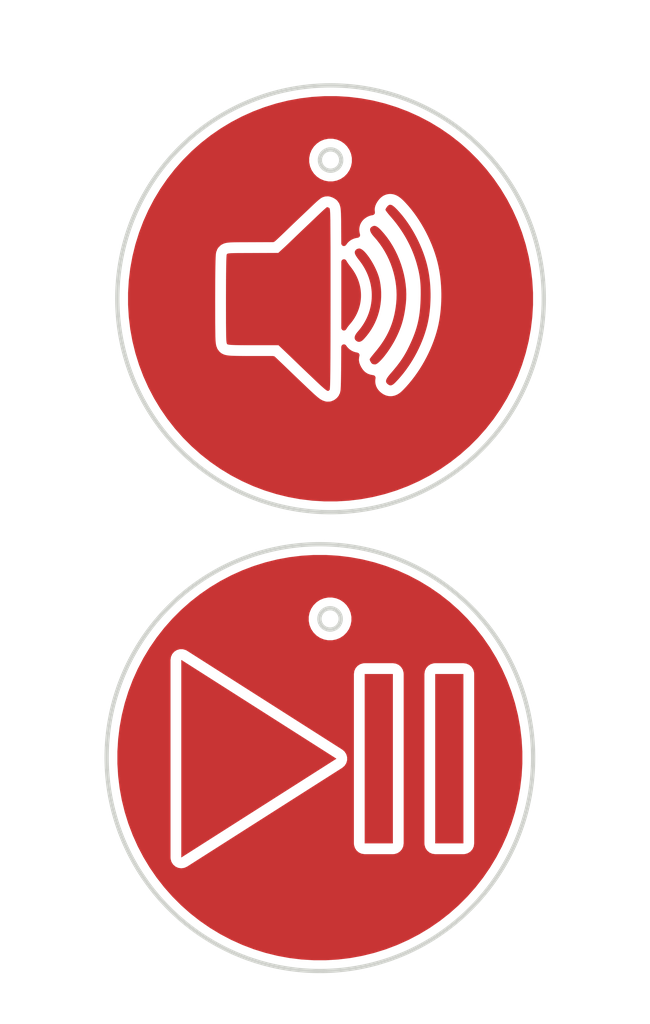
<source format=kicad_pcb>
(kicad_pcb
	(version 20241229)
	(generator "pcbnew")
	(generator_version "9.0")
	(general
		(thickness 1.6)
		(legacy_teardrops no)
	)
	(paper "A4")
	(layers
		(0 "F.Cu" signal)
		(2 "B.Cu" signal)
		(9 "F.Adhes" user "F.Adhesive")
		(11 "B.Adhes" user "B.Adhesive")
		(13 "F.Paste" user)
		(15 "B.Paste" user)
		(5 "F.SilkS" user "F.Silkscreen")
		(7 "B.SilkS" user "B.Silkscreen")
		(1 "F.Mask" user)
		(3 "B.Mask" user)
		(17 "Dwgs.User" user "User.Drawings")
		(19 "Cmts.User" user "User.Comments")
		(21 "Eco1.User" user "User.Eco1")
		(23 "Eco2.User" user "User.Eco2")
		(25 "Edge.Cuts" user)
		(27 "Margin" user)
		(31 "F.CrtYd" user "F.Courtyard")
		(29 "B.CrtYd" user "B.Courtyard")
		(35 "F.Fab" user)
		(33 "B.Fab" user)
		(39 "User.1" user)
		(41 "User.2" user)
		(43 "User.3" user)
		(45 "User.4" user)
	)
	(setup
		(pad_to_mask_clearance 0)
		(allow_soldermask_bridges_in_footprints no)
		(tenting front back)
		(pcbplotparams
			(layerselection 0x00000000_00000000_55555555_57555551)
			(plot_on_all_layers_selection 0x00000000_00000000_00000000_00000000)
			(disableapertmacros no)
			(usegerberextensions no)
			(usegerberattributes yes)
			(usegerberadvancedattributes yes)
			(creategerberjobfile yes)
			(dashed_line_dash_ratio 12.000000)
			(dashed_line_gap_ratio 3.000000)
			(svgprecision 4)
			(plotframeref no)
			(mode 1)
			(useauxorigin no)
			(hpglpennumber 1)
			(hpglpenspeed 20)
			(hpglpendiameter 15.000000)
			(pdf_front_fp_property_popups yes)
			(pdf_back_fp_property_popups yes)
			(pdf_metadata yes)
			(pdf_single_document no)
			(dxfpolygonmode yes)
			(dxfimperialunits yes)
			(dxfusepcbnewfont yes)
			(psnegative no)
			(psa4output no)
			(plot_black_and_white yes)
			(sketchpadsonfab no)
			(plotpadnumbers no)
			(hidednponfab no)
			(sketchdnponfab yes)
			(crossoutdnponfab yes)
			(subtractmaskfromsilk no)
			(outputformat 1)
			(mirror no)
			(drillshape 0)
			(scaleselection 1)
			(outputdirectory "../../../../buttons/")
		)
	)
	(net 0 "")
	(gr_poly
		(pts
			(xy 194.843598 100.703369) (xy 194.846638 100.703959) (xy 194.85032 100.704911) (xy 194.85459 100.706199)
			(xy 194.864691 100.709678) (xy 194.876528 100.714191) (xy 194.889688 100.719531) (xy 194.903758 100.725491)
			(xy 194.932973 100.738445) (xy 194.955097 100.761961) (xy 194.971723 100.837278) (xy 194.983636 101.011234)
			(xy 194.991622 101.33067) (xy 194.998953 102.593339) (xy 195 105) (xy 194.99785 107.030237) (xy 194.994977 107.766963)
			(xy 194.99074 108.33816) (xy 194.985014 108.758875) (xy 194.977676 109.044156) (xy 194.968601 109.209052)
			(xy 194.963374 109.251058) (xy 194.957667 109.268611) (xy 194.921466 109.304116) (xy 194.903453 109.314895)
			(xy 194.882371 109.318496) (xy 194.855873 109.313023) (xy 194.821613 109.296579) (xy 194.777245 109.267267)
			(xy 194.720424 109.223191) (xy 194.560034 109.083162) (xy 194.321675 108.861319) (xy 193.535972 108.1115)
			(xy 193.156295 107.745935) (xy 192.837473 107.441222) (xy 192.558778 107.176639) (xy 191.387556 107.176639)
			(xy 191.066101 107.176109) (xy 190.80426 107.174379) (xy 190.596162 107.171244) (xy 190.510433 107.169085)
			(xy 190.435938 107.166497) (xy 190.371943 107.163454) (xy 190.317716 107.159931) (xy 190.272521 107.155901)
			(xy 190.235626 107.151339) (xy 190.206296 107.146218) (xy 190.183798 107.140514) (xy 190.174881 107.137435)
			(xy 190.167398 107.1342) (xy 190.161255 107.130806) (xy 190.156361 107.127251) (xy 190.146386 107.117205)
			(xy 190.137579 107.10146) (xy 190.123178 107.043962) (xy 190.112581 106.936936) (xy 190.105208 106.762566)
			(xy 190.097822 106.14052) (xy 190.096389 105.035278) (xy 190.098925 104.146003) (xy 190.10197 103.789649)
			(xy 190.10609 103.493198) (xy 190.111203 103.257437) (xy 190.117225 103.083149) (xy 190.124074 102.971121)
			(xy 190.127782 102.9387) (xy 190.131667 102.922139) (xy 190.14781 102.901027) (xy 190.160417 102.892373)
			(xy 190.178134 102.884877) (xy 190.202528 102.878455) (xy 190.235164 102.873026) (xy 190.331427 102.864812)
			(xy 190.479449 102.859576) (xy 190.691757 102.856655) (xy 191.359334 102.855111) (xy 192.548194 102.851583)
			(xy 192.724583 102.689306) (xy 192.824684 102.597639) (xy 192.964472 102.466615) (xy 193.125427 102.313763)
			(xy 193.289028 102.156611) (xy 193.609615 101.848371) (xy 193.935493 101.537486) (xy 194.566084 100.939527)
			(xy 194.61683 100.891896) (xy 194.665137 100.84753) (xy 194.709889 100.807381) (xy 194.749969 100.772399)
			(xy 194.784262 100.743536) (xy 194.798889 100.731697) (xy 194.81165 100.721743) (xy 194.822406 100.713794)
			(xy 194.831018 100.707969) (xy 194.837346 100.704387) (xy 194.83961 100.703474) (xy 194.84125 100.703167)
		)
		(stroke
			(width 0)
			(type solid)
		)
		(fill yes)
		(layer "F.Cu")
		(uuid "2e90f155-0910-4fe5-8579-104bd93484a0")
	)
	(gr_poly
		(pts
			(xy 197.92328 130.519465) (xy 196.600363 130.519465) (xy 196.600363 122.581966) (xy 197.92328 122.581966)
		)
		(stroke
			(width 0)
			(type solid)
		)
		(fill yes)
		(layer "F.Cu")
		(uuid "5f9de307-3ac1-46bd-805e-e2a4933565bb")
	)
	(gr_poly
		(pts
			(xy 196.37652 102.646064) (xy 196.403618 102.653774) (xy 196.432293 102.666353) (xy 196.462402 102.68358)
			(xy 196.526353 102.731091) (xy 196.594335 102.794533) (xy 196.665211 102.872134) (xy 196.737844 102.962123)
			(xy 196.811097 103.062726) (xy 196.883834 103.17217) (xy 196.954916 103.288684) (xy 197.023208 103.410495)
			(xy 197.087573 103.53583) (xy 197.146874 103.662917) (xy 197.199973 103.789984) (xy 197.245734 103.915257)
			(xy 197.28302 104.036964) (xy 197.310695 104.153334) (xy 197.342917 104.341079) (xy 197.364245 104.528339)
			(xy 197.374784 104.71471) (xy 197.374635 104.899789) (xy 197.363904 105.083173) (xy 197.342693 105.264459)
			(xy 197.311104 105.443244) (xy 197.269243 105.619125) (xy 197.217212 105.791698) (xy 197.155114 105.960562)
			(xy 197.083053 106.125311) (xy 197.001132 106.285544) (xy 196.909454 106.440858) (xy 196.808124 106.590848)
			(xy 196.697243 106.735114) (xy 196.576916 106.87325) (xy 196.550003 106.901486) (xy 196.536699 106.914457)
			(xy 196.523497 106.926663) (xy 196.510396 106.938104) (xy 196.497395 106.94878) (xy 196.484493 106.958692)
			(xy 196.47169 106.967838) (xy 196.458985 106.97622) (xy 196.446378 106.983837) (xy 196.433868 106.99069)
			(xy 196.421454 106.996777) (xy 196.409135 107.0021) (xy 196.396912 107.006658) (xy 196.384782 107.010451)
			(xy 196.372747 107.013479) (xy 196.360804 107.015743) (xy 196.348954 107.017241) (xy 196.337196 107.017975)
			(xy 196.325528 107.017944) (xy 196.313951 107.017148) (xy 196.302464 107.015587) (xy 196.291066 107.013262)
			(xy 196.279757 107.010172) (xy 196.268535 107.006317) (xy 196.257401 107.001697) (xy 196.246353 106.996312)
			(xy 196.235391 106.990162) (xy 196.224514 106.983248) (xy 196.213722 106.975569) (xy 196.203014 106.967125)
			(xy 196.192389 106.957916) (xy 196.18286 106.948852) (xy 196.174117 106.939519) (xy 196.166161 106.929918)
			(xy 196.158992 106.920048) (xy 196.152612 106.909909) (xy 196.14702 106.899501) (xy 196.142217 106.888825)
			(xy 196.138204 106.87788) (xy 196.134983 106.866666) (xy 196.132552 106.855184) (xy 196.130913 106.843433)
			(xy 196.130067 106.831413) (xy 196.130014 106.819124) (xy 196.130755 106.806567) (xy 196.132291 106.793741)
			(xy 196.134622 106.780646) (xy 196.137748 106.767282) (xy 196.141671 106.75365) (xy 196.146391 106.739749)
			(xy 196.151909 106.725579) (xy 196.165341 106.696434) (xy 196.181971 106.666214) (xy 196.201806 106.634919)
			(xy 196.224849 106.602548) (xy 196.251107 106.569104) (xy 196.280584 106.534584) (xy 196.35756 106.44348)
			(xy 196.429737 106.350175) (xy 196.497108 106.254802) (xy 196.559671 106.157497) (xy 196.61742 106.058394)
			(xy 196.670351 105.957626) (xy 196.718459 105.855329) (xy 196.761739 105.751637) (xy 196.800188 105.646684)
			(xy 196.833801 105.540604) (xy 196.862573 105.433533) (xy 196.8865 105.325603) (xy 196.905577 105.21695)
			(xy 196.919799 105.107707) (xy 196.929163 104.99801) (xy 196.933663 104.887993) (xy 196.933296 104.77779)
			(xy 196.928056 104.667534) (xy 196.917939 104.557362) (xy 196.90294 104.447407) (xy 196.883055 104.337803)
			(xy 196.85828 104.228684) (xy 196.82861 104.120186) (xy 196.794041 104.012443) (xy 196.754567 103.905588)
			(xy 196.710184 103.799756) (xy 196.660889 103.695082) (xy 196.606675 103.5917) (xy 196.54754 103.489744)
			(xy 196.483478 103.389349) (xy 196.414485 103.290649) (xy 196.340556 103.193778) (xy 196.301723 103.143584)
			(xy 196.267189 103.097329) (xy 196.236872 103.054732) (xy 196.21069 103.015515) (xy 196.199123 102.997086)
			(xy 196.188558 102.979398) (xy 196.178986 102.962415) (xy 196.170396 102.946103) (xy 196.162777 102.930426)
			(xy 196.156119 102.91535) (xy 196.150413 102.90084) (xy 196.145646 102.886861) (xy 196.14181 102.873378)
			(xy 196.138894 102.860356) (xy 196.136887 102.847761) (xy 196.13578 102.835557) (xy 196.135561 102.823709)
			(xy 196.13622 102.812184) (xy 196.137748 102.800945) (xy 196.140134 102.789958) (xy 196.143367 102.779188)
			(xy 196.147438 102.7686) (xy 196.152335 102.758159) (xy 196.158048 102.747831) (xy 196.164568 102.737581)
			(xy 196.171884 102.727373) (xy 196.179985 102.717172) (xy 196.188861 102.706945) (xy 196.195257 102.700418)
			(xy 196.20249 102.694088) (xy 196.210488 102.687985) (xy 196.219178 102.68214) (xy 196.228489 102.676585)
			(xy 196.238347 102.67135) (xy 196.24868 102.666467) (xy 196.259417 102.661966) (xy 196.270484 102.657878)
			(xy 196.28181 102.654235) (xy 196.293322 102.651067) (xy 196.304947 102.648406) (xy 196.316614 102.646282)
			(xy 196.32825 102.644726) (xy 196.339782 102.64377) (xy 196.351139 102.643445)
		)
		(stroke
			(width 0)
			(type solid)
		)
		(fill yes)
		(layer "F.Cu")
		(uuid "8782cf9a-0678-4bff-82bd-0ecbe30a18a5")
	)
	(gr_poly
		(pts
			(xy 195.277447 126.550716) (xy 188.001406 131.180924) (xy 188.001406 121.920507)
		)
		(stroke
			(width 0)
			(type solid)
		)
		(fill yes)
		(layer "F.Cu")
		(uuid "89941c7a-e936-4e5a-8676-60dbfe80818e")
	)
	(gr_poly
		(pts
			(xy 197.069173 101.583278) (xy 197.081598 101.5846) (xy 197.094156 101.586811) (xy 197.106867 101.589919)
			(xy 197.119754 101.593931) (xy 197.132837 101.598851) (xy 197.146137 101.604688) (xy 197.159677 101.611447)
			(xy 197.173477 101.619135) (xy 197.187558 101.627758) (xy 197.201943 101.637323) (xy 197.231706 101.659304)
			(xy 197.262936 101.685131) (xy 197.295805 101.714853) (xy 197.330483 101.748524) (xy 197.367139 101.786194)
			(xy 197.518267 101.956016) (xy 197.660537 102.136705) (xy 197.793609 102.327223) (xy 197.917142 102.526532)
			(xy 198.030794 102.733591) (xy 198.134224 102.947364) (xy 198.227092 103.16681) (xy 198.309056 103.390892)
			(xy 198.379775 103.618571) (xy 198.438909 103.848808) (xy 198.486115 104.080564) (xy 198.521053 104.3128)
			(xy 198.543383 104.544478) (xy 198.552762 104.77456) (xy 198.54885 105.002006) (xy 198.531306 105.225778)
			(xy 198.501023 105.461037) (xy 198.483797 105.572238) (xy 198.464995 105.679759) (xy 198.444477 105.784056)
			(xy 198.422103 105.885583) (xy 198.397735 105.984795) (xy 198.371233 106.082146) (xy 198.342457 106.178092)
			(xy 198.311267 106.273087) (xy 198.277525 106.367586) (xy 198.241091 106.462044) (xy 198.201824 106.556915)
			(xy 198.159587 106.652654) (xy 198.114238 106.749716) (xy 198.065639 106.848556) (xy 198.007729 106.95943)
			(xy 197.94566 107.070454) (xy 197.880231 107.180621) (xy 197.812245 107.288921) (xy 197.742502 107.394349)
			(xy 197.671802 107.495896) (xy 197.600948 107.592554) (xy 197.53074 107.683316) (xy 197.461978 107.767174)
			(xy 197.395465 107.84312) (xy 197.332 107.910147) (xy 197.272385 107.967247) (xy 197.244272 107.991759)
			(xy 197.217421 108.013412) (xy 197.191934 108.032079) (xy 197.167909 108.047635) (xy 197.145448 108.059953)
			(xy 197.12465 108.068907) (xy 197.105615 108.074372) (xy 197.088445 108.076222) (xy 197.078451 108.07606)
			(xy 197.06836 108.075588) (xy 197.058237 108.074827) (xy 197.048151 108.073797) (xy 197.038168 108.072519)
			(xy 197.028355 108.071013) (xy 197.01878 108.069301) (xy 197.00951 108.067403) (xy 197.000613 108.065339)
			(xy 196.992154 108.063131) (xy 196.984202 108.060799) (xy 196.976823 108.058363) (xy 196.970086 108.055845)
			(xy 196.964056 108.053265) (xy 196.958801 108.050643) (xy 196.954389 108.048001) (xy 196.95001 108.045051)
			(xy 196.945484 108.041515) (xy 196.936068 108.032828) (xy 196.92629 108.022219) (xy 196.9163 108.009967)
			(xy 196.906248 107.99635) (xy 196.896284 107.981648) (xy 196.886558 107.96614) (xy 196.877219 107.950105)
			(xy 196.868418 107.933821) (xy 196.860303 107.917569) (xy 196.853026 107.901627) (xy 196.846737 107.886274)
			(xy 196.841584 107.871789) (xy 196.837717 107.858452) (xy 196.835288 107.84654) (xy 196.834658 107.841207)
			(xy 196.834444 107.836334) (xy 196.835665 107.831025) (xy 196.839247 107.823132) (xy 196.845072 107.812801)
			(xy 196.85302 107.800174) (xy 196.874814 107.768617) (xy 196.903677 107.729619) (xy 196.938659 107.684336)
			(xy 196.978808 107.633927) (xy 197.023174 107.57955) (xy 197.070805 107.522361) (xy 197.181587 107.388476)
			(xy 197.28518 107.255118) (xy 197.381755 107.121905) (xy 197.471484 106.988454) (xy 197.554536 106.854383)
			(xy 197.631081 106.71931) (xy 197.701292 106.582851) (xy 197.765337 106.444625) (xy 197.823388 106.30425)
			(xy 197.875615 106.161342) (xy 197.922188 106.01552) (xy 197.963279 105.866401) (xy 197.999057 105.713602)
			(xy 198.029693 105.556742) (xy 198.055358 105.395437) (xy 198.076223 105.229306) (xy 198.092791 105.019097)
			(xy 198.097644 104.808212) (xy 198.090974 104.597213) (xy 198.072971 104.386663) (xy 198.043826 104.177126)
			(xy 198.003731 103.969165) (xy 197.952877 103.763344) (xy 197.891455 103.560226) (xy 197.819657 103.360373)
			(xy 197.737673 103.16435) (xy 197.645695 102.972719) (xy 197.543914 102.786044) (xy 197.432521 102.604888)
			(xy 197.311708 102.429814) (xy 197.181665 102.261386) (xy 197.042583 102.100167) (xy 197.006742 102.059281)
			(xy 196.974632 102.019965) (xy 196.95998 102.000896) (xy 196.946264 101.982221) (xy 196.933486 101.963937)
			(xy 196.921647 101.946047) (xy 196.910748 101.928549) (xy 196.900792 101.911444) (xy 196.891778 101.894732)
			(xy 196.883709 101.878413) (xy 196.876586 101.862486) (xy 196.87041 101.846952) (xy 196.865181 101.831811)
			(xy 196.860903 101.817063) (xy 196.857575 101.802707) (xy 196.8552 101.788744) (xy 196.853777 101.775174)
			(xy 196.85331 101.761996) (xy 196.853798 101.749211) (xy 196.855244 101.736819) (xy 196.857649 101.72482)
			(xy 196.861013 101.713214) (xy 196.865339 101.702) (xy 196.870627 101.691179) (xy 196.876878 101.68075)
			(xy 196.884095 101.670715) (xy 196.892278 101.661072) (xy 196.901429 101.651822) (xy 196.911549 101.642965)
			(xy 196.922639 101.6345) (xy 196.947513 101.6176) (xy 196.959787 101.610376) (xy 196.97198 101.603977)
			(xy 196.984113 101.59841) (xy 196.996208 101.593681) (xy 197.008287 101.589797) (xy 197.020369 101.586765)
			(xy 197.032478 101.58459) (xy 197.044634 101.58328) (xy 197.056859 101.582841)
		)
		(stroke
			(width 0)
			(type solid)
		)
		(fill yes)
		(layer "F.Cu")
		(uuid "ab0adb75-d8db-4605-9f5c-a4fbaa468465")
	)
	(gr_poly
		(pts
			(xy 201.230572 130.519465) (xy 199.907655 130.519465) (xy 199.907655 122.581966) (xy 201.230572 122.581966)
		)
		(stroke
			(width 0)
			(type solid)
		)
		(fill yes)
		(layer "F.Cu")
		(uuid "adff96eb-c602-42db-9a3d-ce7820bff9c5")
	)
	(gr_poly
		(pts
			(xy 197.815766 100.594812) (xy 197.829171 100.597201) (xy 197.842948 100.600861) (xy 197.857128 100.605803)
			(xy 197.871743 100.612037) (xy 197.886824 100.619573) (xy 197.902404 100.628422) (xy 197.918513 100.638594)
			(xy 197.935183 100.650099) (xy 197.970334 100.67715) (xy 198.00811 100.709657) (xy 198.048765 100.747705)
			(xy 198.092551 100.791375) (xy 198.139722 100.84075) (xy 198.262195 100.975402) (xy 198.381975 101.118266)
			(xy 198.498685 101.268623) (xy 198.611949 101.425755) (xy 198.721388 101.588943) (xy 198.826626 101.757469)
			(xy 198.927286 101.930616) (xy 199.02299 102.107663) (xy 199.113361 102.287894) (xy 199.198022 102.47059)
			(xy 199.276595 102.655033) (xy 199.348703 102.840504) (xy 199.413969 103.026285) (xy 199.472017 103.211658)
			(xy 199.522467 103.395904) (xy 199.564944 103.578306) (xy 199.596407 103.737982) (xy 199.623332 103.901724)
			(xy 199.64573 104.068888) (xy 199.663612 104.238827) (xy 199.676988 104.410895) (xy 199.685868 104.584446)
			(xy 199.690262 104.758834) (xy 199.690181 104.933413) (xy 199.685635 105.107538) (xy 199.676635 105.280562)
			(xy 199.66319 105.451839) (xy 199.645312 105.620724) (xy 199.62301 105.78657) (xy 199.596295 105.948731)
			(xy 199.565177 106.106562) (xy 199.529667 106.259417) (xy 199.47989 106.441953) (xy 199.423317 106.624163)
			(xy 199.360181 106.805639) (xy 199.290715 106.985974) (xy 199.215151 107.164758) (xy 199.133722 107.341583)
			(xy 199.04666 107.516042) (xy 198.954198 107.687726) (xy 198.856568 107.856226) (xy 198.754003 108.021135)
			(xy 198.646736 108.182045) (xy 198.534999 108.338546) (xy 198.419024 108.490231) (xy 198.299044 108.636691)
			(xy 198.175292 108.777519) (xy 198.048 108.912306) (xy 198.018455 108.941706) (xy 197.990563 108.967751)
			(xy 197.96416 108.990479) (xy 197.951465 109.000611) (xy 197.93908 109.009926) (xy 197.926984 109.01843)
			(xy 197.915157 109.026127) (xy 197.903578 109.033023) (xy 197.892227 109.03912) (xy 197.881082 109.044424)
			(xy 197.870123 109.048939) (xy 197.859329 109.05267) (xy 197.848681 109.055622) (xy 197.838156 109.057798)
			(xy 197.827734 109.059204) (xy 197.817396 109.059843) (xy 197.807119 109.059721) (xy 197.796884 109.058842)
			(xy 197.786669 109.057211) (xy 197.776454 109.054831) (xy 197.766219 109.051708) (xy 197.755942 109.047846)
			(xy 197.745603 109.04325) (xy 197.735182 109.037923) (xy 197.724657 109.031871) (xy 197.714008 109.025099)
			(xy 197.703215 109.01761) (xy 197.692256 109.009409) (xy 197.681111 109.0005) (xy 197.657927 108.979838)
			(xy 197.647809 108.969353) (xy 197.638681 108.958732) (xy 197.630551 108.947951) (xy 197.623425 108.936985)
			(xy 197.617309 108.92581) (xy 197.612209 108.914401) (xy 197.608133 108.902733) (xy 197.605087 108.890783)
			(xy 197.603076 108.878525) (xy 197.602109 108.865935) (xy 197.60219 108.852989) (xy 197.603326 108.839661)
			(xy 197.605525 108.825928) (xy 197.608792 108.811764) (xy 197.613134 108.797146) (xy 197.618557 108.782049)
			(xy 197.625068 108.766447) (xy 197.632674 108.750318) (xy 197.651193 108.716375) (xy 197.674166 108.680024)
			(xy 197.701646 108.641069) (xy 197.733684 108.599312) (xy 197.770331 108.554559) (xy 197.811639 108.506612)
			(xy 197.962845 108.33056) (xy 198.097886 108.165133) (xy 198.160081 108.08528) (xy 198.219119 108.006735)
			(xy 198.275293 107.929047) (xy 198.3289 107.851767) (xy 198.380233 107.774446) (xy 198.429586 107.696635)
			(xy 198.477255 107.617882) (xy 198.523534 107.53774) (xy 198.568717 107.455758) (xy 198.613099 107.371487)
			(xy 198.700639 107.194278) (xy 198.766034 107.053377) (xy 198.826096 106.91721) (xy 198.881031 106.78497)
			(xy 198.931047 106.655851) (xy 198.97635 106.529047) (xy 199.017147 106.403753) (xy 199.053645 106.279161)
			(xy 199.086049 106.154465) (xy 199.114568 106.028861) (xy 199.139407 105.90154) (xy 199.160774 105.771698)
			(xy 199.178874 105.638528) (xy 199.193915 105.501224) (xy 199.206104 105.358979) (xy 199.215647 105.210988)
			(xy 199.222751 105.056444) (xy 199.228752 104.796829) (xy 199.227766 104.561729) (xy 199.224434 104.451525)
			(xy 199.219092 104.345232) (xy 199.211651 104.242113) (xy 199.202025 104.141427) (xy 199.190124 104.042437)
			(xy 199.175863 103.944402) (xy 199.159151 103.846585) (xy 199.139903 103.748245) (xy 199.118029 103.648645)
			(xy 199.093442 103.547045) (xy 199.035778 103.334889) (xy 198.991262 103.188555) (xy 198.942416 103.043296)
			(xy 198.889291 102.899194) (xy 198.831939 102.756333) (xy 198.770411 102.614795) (xy 198.70476 102.474662)
			(xy 198.635036 102.336018) (xy 198.561292 102.198944) (xy 198.48358 102.063525) (xy 198.40195 101.929841)
			(xy 198.316455 101.797977) (xy 198.227146 101.668014) (xy 198.134075 101.540035) (xy 198.037294 101.414124)
			(xy 197.936853 101.290362) (xy 197.832806 101.168833) (xy 197.781226 101.10986) (xy 197.733036 101.052912)
			(xy 197.689311 100.999355) (xy 197.651125 100.950552) (xy 197.634446 100.92836) (xy 197.619554 100.907867)
			(xy 197.606585 100.889246) (xy 197.595673 100.872666) (xy 197.586952 100.858297) (xy 197.580556 100.846311)
			(xy 197.57662 100.836877) (xy 197.575616 100.833171) (xy 197.575278 100.830167) (xy 197.575645 100.825094)
			(xy 197.576725 100.819184) (xy 197.578487 100.812509) (xy 197.5809 100.805142) (xy 197.583933 100.797154)
			(xy 197.587556 100.788619) (xy 197.591737 100.779608) (xy 197.596444 100.770195) (xy 197.601648 100.76045)
			(xy 197.607317 100.750447) (xy 197.61342 100.740259) (xy 197.619926 100.729956) (xy 197.626804 100.719612)
			(xy 197.634024 100.709299) (xy 197.641553 100.69909) (xy 197.649361 100.689056) (xy 197.672348 100.661536)
			(xy 197.683765 100.649477) (xy 197.695174 100.638565) (xy 197.706607 100.62881) (xy 197.718094 100.620223)
			(xy 197.729667 100.612814) (xy 197.741359 100.606594) (xy 197.753201 100.601573) (xy 197.765224 100.597761)
			(xy 197.777461 100.595168) (xy 197.789942 100.593806) (xy 197.8027 100.593684)
		)
		(stroke
			(width 0)
			(type solid)
		)
		(fill yes)
		(layer "F.Cu")
		(uuid "b72b6e7e-2781-4c12-a7ae-8486dbde228f")
	)
	(gr_circle
		(center 194.5 126.5)
		(end 194.5 116.5)
		(stroke
			(width 0.2)
			(type solid)
		)
		(fill no)
		(layer "Edge.Cuts")
		(uuid "45d22732-70a7-4af8-b41e-dd91762b4387")
	)
	(gr_circle
		(center 194.977676 120)
		(end 195 119.5)
		(stroke
			(width 0.2)
			(type solid)
		)
		(fill no)
		(layer "Edge.Cuts")
		(uuid "ac956371-0b17-457c-ba9f-9ae426d4be67")
	)
	(gr_circle
		(center 195 98.5)
		(end 195 98)
		(stroke
			(width 0.2)
			(type solid)
		)
		(fill no)
		(layer "Edge.Cuts")
		(uuid "e15e5bc1-15a5-4225-8b06-df4d4743dd4a")
	)
	(gr_circle
		(center 195 105)
		(end 195 95)
		(stroke
			(width 0.2)
			(type solid)
		)
		(fill no)
		(layer "Edge.Cuts")
		(uuid "e9a8e9a6-42b2-47fd-af5b-1685ae8485bb")
	)
	(zone
		(net 0)
		(net_name "")
		(layer "F.Cu")
		(uuid "e9c32d45-b17c-4ae9-8484-9ab3e4a13709")
		(hatch edge 0.5)
		(connect_pads
			(clearance 0.5)
		)
		(min_thickness 0.25)
		(filled_areas_thickness no)
		(fill yes
			(thermal_gap 0.5)
			(thermal_bridge_width 0.5)
			(island_removal_mode 1)
			(island_area_min 10)
		)
		(polygon
			(pts
				(xy 188 93) (xy 199 91) (xy 210 103.5) (xy 210 138.5) (xy 179.5 139) (xy 181.5 96.5)
			)
		)
		(filled_polygon
			(layer "F.Cu")
			(island)
			(pts
				(xy 194.79065 117.00506) (xy 195.355988 117.039256) (xy 195.363385 117.039929) (xy 195.925645 117.108199)
				(xy 195.93299 117.109317) (xy 196.490103 117.211411) (xy 196.497382 117.212974) (xy 197.047313 117.34852)
				(xy 197.054482 117.350519) (xy 197.595204 117.519015) (xy 197.602233 117.52144) (xy 198.131798 117.722277)
				(xy 198.138707 117.725139) (xy 198.655162 117.957576) (xy 198.661879 117.960846) (xy 199.163379 118.224054)
				(xy 199.169867 118.227713) (xy 199.458423 118.402152) (xy 199.654539 118.520709) (xy 199.660829 118.524776)
				(xy 200.126908 118.846487) (xy 200.132941 118.850926) (xy 200.578758 119.200201) (xy 200.584512 119.204997)
				(xy 201.008412 119.580539) (xy 201.013866 119.585673) (xy 201.414326 119.986133) (xy 201.41946 119.991587)
				(xy 201.795002 120.415487) (xy 201.799798 120.421241) (xy 202.149073 120.867058) (xy 202.153512 120.873091)
				(xy 202.475223 121.33917) (xy 202.47929 121.34546) (xy 202.772275 121.830114) (xy 202.775955 121.836638)
				(xy 203.039148 122.338111) (xy 203.042427 122.344846) (xy 203.274858 122.861287) (xy 203.277724 122.868207)
				(xy 203.47855 123.39774) (xy 203.480993 123.404821) (xy 203.649473 123.945494) (xy 203.651485 123.952709)
				(xy 203.78702 124.502595) (xy 203.788592 124.509918) (xy 203.890677 125.066978) (xy 203.891804 125.074384)
				(xy 203.960067 125.636583) (xy 203.960744 125.644041) (xy 203.993328 126.182708) (xy 203.99494 126.209349)
				(xy 203.995166 126.216836) (xy 203.995166 126.783163) (xy 203.99494 126.79065) (xy 203.960745 127.355957)
				(xy 203.960067 127.363416) (xy 203.891804 127.925615) (xy 203.890677 127.933021) (xy 203.788592 128.490081)
				(xy 203.78702 128.497404) (xy 203.651485 129.04729) (xy 203.649473 129.054505) (xy 203.480993 129.595178)
				(xy 203.47855 129.602259) (xy 203.277724 130.131792) (xy 203.274858 130.138712) (xy 203.042427 130.655153)
				(xy 203.039148 130.661888) (xy 202.775955 131.163361) (xy 202.772275 131.169885) (xy 202.47929 131.654539)
				(xy 202.475223 131.660829) (xy 202.153512 132.126908) (xy 202.149073 132.132941) (xy 201.799798 132.578758)
				(xy 201.795002 132.584512) (xy 201.41946 133.008412) (xy 201.414326 133.013866) (xy 201.013866 133.414326)
				(xy 201.008412 133.41946) (xy 200.584512 133.795002) (xy 200.578758 133.799798) (xy 200.132941 134.149073)
				(xy 200.126908 134.153512) (xy 199.660829 134.475223) (xy 199.654539 134.47929) (xy 199.169885 134.772275)
				(xy 199.163361 134.775955) (xy 198.661888 135.039148) (xy 198.655153 135.042427) (xy 198.138712 135.274858)
				(xy 198.131792 135.277724) (xy 197.602259 135.47855) (xy 197.595178 135.480993) (xy 197.054505 135.649473)
				(xy 197.04729 135.651485) (xy 196.497404 135.78702) (xy 196.490081 135.788592) (xy 195.933021 135.890677)
				(xy 195.925615 135.891804) (xy 195.363416 135.960067) (xy 195.355957 135.960745) (xy 194.79065 135.99494)
				(xy 194.783163 135.995166) (xy 194.216837 135.995166) (xy 194.20935 135.99494) (xy 193.644042 135.960745)
				(xy 193.636583 135.960067) (xy 193.51401 135.945184) (xy 193.074381 135.891803) (xy 193.066981 135.890677)
				(xy 192.788448 135.839634) (xy 192.509918 135.788592) (xy 192.502595 135.78702) (xy 191.952709 135.651485)
				(xy 191.945494 135.649473) (xy 191.404815 135.480991) (xy 191.397746 135.478552) (xy 190.984913 135.321985)
				(xy 190.868207 135.277724) (xy 190.861287 135.274858) (xy 190.344846 135.042427) (xy 190.338111 135.039148)
				(xy 189.836638 134.775955) (xy 189.830122 134.772279) (xy 189.69936 134.693231) (xy 189.34546 134.47929)
				(xy 189.33917 134.475223) (xy 188.873091 134.153512) (xy 188.867058 134.149073) (xy 188.421241 133.799798)
				(xy 188.415487 133.795002) (xy 187.991587 133.41946) (xy 187.986133 133.414326) (xy 187.585673 133.013866)
				(xy 187.580539 133.008412) (xy 187.204997 132.584512) (xy 187.200201 132.578758) (xy 186.850926 132.132941)
				(xy 186.846487 132.126908) (xy 186.524776 131.660829) (xy 186.520709 131.654539) (xy 186.276536 131.250629)
				(xy 186.227713 131.169867) (xy 186.224054 131.163379) (xy 185.960846 130.661879) (xy 185.957572 130.655153)
				(xy 185.928881 130.591405) (xy 185.725139 130.138707) (xy 185.722275 130.131792) (xy 185.644553 129.926856)
				(xy 185.52144 129.602233) (xy 185.519015 129.595204) (xy 185.350519 129.054482) (xy 185.34852 129.047313)
				(xy 185.212974 128.497382) (xy 185.211411 128.490103) (xy 185.109317 127.93299) (xy 185.108199 127.925645)
				(xy 185.039929 127.363385) (xy 185.039256 127.355988) (xy 185.00506 126.79065) (xy 185.004834 126.783163)
				(xy 185.004834 126.216836) (xy 185.00506 126.209349) (xy 185.039257 125.644008) (xy 185.039928 125.636617)
				(xy 185.1082 125.074349) (xy 185.109316 125.067013) (xy 185.211413 124.509889) (xy 185.212972 124.502624)
				(xy 185.348522 123.952677) (xy 185.350516 123.945526) (xy 185.519018 123.404785) (xy 185.521436 123.397776)
				(xy 185.722282 122.86819) (xy 185.725133 122.861304) (xy 185.957582 122.344824) (xy 185.96084 122.338133)
				(xy 186.180027 121.920506) (xy 187.495906 121.920506) (xy 187.495906 131.180935) (xy 187.500734 131.250624)
				(xy 187.500735 131.250629) (xy 187.540651 131.388855) (xy 187.540653 131.38886) (xy 187.617894 131.510239)
				(xy 187.617897 131.510243) (xy 187.617898 131.510244) (xy 187.617899 131.510245) (xy 187.726214 131.604952)
				(xy 187.726215 131.604952) (xy 187.726216 131.604953) (xy 187.856819 131.665304) (xy 187.856821 131.665304)
				(xy 187.856824 131.665306) (xy 187.999147 131.686419) (xy 188.141653 131.666579) (xy 188.272797 131.607395)
				(xy 195.548838 126.977187) (xy 195.552639 126.974744) (xy 195.660954 126.880037) (xy 195.7382 126.758651)
				(xy 195.778118 126.620419) (xy 195.777475 126.47654) (xy 195.736323 126.338671) (xy 195.657995 126.21798)
				(xy 195.548838 126.124245) (xy 189.982406 122.581969) (xy 196.094863 122.581969) (xy 196.094863 130.519467)
				(xy 196.100007 130.591405) (xy 196.140545 130.729459) (xy 196.21833 130.850495) (xy 196.218334 130.850499)
				(xy 196.327063 130.944714) (xy 196.327069 130.944719) (xy 196.367537 130.9632) (xy 196.457943 131.004488)
				(xy 196.457946 131.004488) (xy 196.457947 131.004489) (xy 196.600363 131.024965) (xy 196.600366 131.024965)
				(xy 197.92328 131.024965) (xy 197.99522 131.01982) (xy 198.133272 130.979284) (xy 198.254312 130.901496)
				(xy 198.348534 130.792759) (xy 198.408304 130.661881) (xy 198.42878 130.519465) (xy 198.42878 122.581969)
				(xy 199.402155 122.581969) (xy 199.402155 130.519467) (xy 199.407299 130.591405) (xy 199.447837 130.729459)
				(xy 199.525622 130.850495) (xy 199.525626 130.850499) (xy 199.634355 130.944714) (xy 199.634361 130.944719)
				(xy 199.674829 130.9632) (xy 199.765235 131.004488) (xy 199.765238 131.004488) (xy 199.765239 131.004489)
				(xy 199.907655 131.024965) (xy 199.907658 131.024965) (xy 201.230572 131.024965) (xy 201.302512 131.01982)
				(xy 201.440564 130.979284) (xy 201.561604 130.901496) (xy 201.655826 130.792759) (xy 201.715596 130.661881)
				(xy 201.736072 130.519465) (xy 201.736072 122.581966) (xy 201.730927 122.510026) (xy 201.690391 122.371974)
				(xy 201.670759 122.341426) (xy 201.612604 122.250935) (xy 201.6126 122.250931) (xy 201.503871 122.156716)
				(xy 201.503869 122.156714) (xy 201.503866 122.156712) (xy 201.503862 122.15671) (xy 201.372991 122.096942)
				(xy 201.372986 122.096941) (xy 201.230572 122.076466) (xy 199.907655 122.076466) (xy 199.907652 122.076466)
				(xy 199.835714 122.08161) (xy 199.69766 122.122148) (xy 199.576624 122.199933) (xy 199.57662 122.199937)
				(xy 199.482405 122.308666) (xy 199.482399 122.308675) (xy 199.422631 122.439546) (xy 199.42263 122.439551)
				(xy 199.402156 122.581957) (xy 199.402155 122.581969) (xy 198.42878 122.581969) (xy 198.42878 122.581966)
				(xy 198.423635 122.510026) (xy 198.383099 122.371974) (xy 198.363467 122.341426) (xy 198.305312 122.250935)
				(xy 198.305308 122.250931) (xy 198.196579 122.156716) (xy 198.196577 122.156714) (xy 198.196574 122.156712)
				(xy 198.19657 122.15671) (xy 198.065699 122.096942) (xy 198.065694 122.096941) (xy 197.92328 122.076466)
				(xy 196.600363 122.076466) (xy 196.60036 122.076466) (xy 196.528422 122.08161) (xy 196.390368 122.122148)
				(xy 196.269332 122.199933) (xy 196.269328 122.199937) (xy 196.175113 122.308666) (xy 196.175107 122.308675)
				(xy 196.115339 122.439546) (xy 196.115338 122.439551) (xy 196.094864 122.581957) (xy 196.094863 122.581969)
				(xy 189.982406 122.581969) (xy 188.272797 121.494036) (xy 188.272792 121.494033) (xy 188.272779 121.494025)
				(xy 188.2114 121.460689) (xy 188.211399 121.460688) (xy 188.211398 121.460688) (xy 188.130733 121.437002)
				(xy 188.073347 121.420152) (xy 188.073346 121.420152) (xy 187.929466 121.420152) (xy 187.929465 121.420152)
				(xy 187.791411 121.460689) (xy 187.670375 121.538474) (xy 187.670371 121.538478) (xy 187.576156 121.647207)
				(xy 187.57615 121.647216) (xy 187.516382 121.778087) (xy 187.516381 121.778092) (xy 187.495906 121.920506)
				(xy 186.180027 121.920506) (xy 186.224048 121.836631) (xy 186.227705 121.830146) (xy 186.52071 121.345457)
				(xy 186.524776 121.33917) (xy 186.846496 120.873078) (xy 186.850916 120.86707) (xy 187.200206 120.421234)
				(xy 187.204997 120.415487) (xy 187.314411 120.291984) (xy 187.485741 120.098592) (xy 193.976677 120.098592)
				(xy 194.015144 120.291974) (xy 194.015147 120.291984) (xy 194.090599 120.474143) (xy 194.090606 120.474156)
				(xy 194.200149 120.638098) (xy 194.200152 120.638102) (xy 194.339573 120.777523) (xy 194.339577 120.777526)
				(xy 194.503519 120.887069) (xy 194.503532 120.887076) (xy 194.685691 120.962528) (xy 194.685696 120.96253)
				(xy 194.6857 120.96253) (xy 194.685701 120.962531) (xy 194.879083 121.000998) (xy 194.879086 121.000998)
				(xy 195.076268 121.000998) (xy 195.206373 120.975117) (xy 195.269656 120.96253) (xy 195.451826 120.887073)
				(xy 195.615775 120.777526) (xy 195.755202 120.638099) (xy 195.864749 120.47415) (xy 195.940206 120.29198)
				(xy 195.978674 120.09859) (xy 195.978674 119.90141) (xy 195.978674 119.901407) (xy 195.940207 119.708025)
				(xy 195.940206 119.708024) (xy 195.940206 119.70802) (xy 195.940204 119.708015) (xy 195.864752 119.525856)
				(xy 195.864745 119.525843) (xy 195.755202 119.361901) (xy 195.755199 119.361897) (xy 195.615778 119.222476)
				(xy 195.615774 119.222473) (xy 195.451832 119.11293) (xy 195.451819 119.112923) (xy 195.26966 119.037471)
				(xy 195.26965 119.037468) (xy 195.076268 118.999002) (xy 195.076266 118.999002) (xy 194.879086 118.999002)
				(xy 194.879084 118.999002) (xy 194.685701 119.037468) (xy 194.685691 119.037471) (xy 194.503532 119.112923)
				(xy 194.503519 119.11293) (xy 194.339577 119.222473) (xy 194.339573 119.222476) (xy 194.200152 119.361897)
				(xy 194.200149 119.361901) (xy 194.090606 119.525843) (xy 194.090599 119.525856) (xy 194.015147 119.708015)
				(xy 194.015144 119.708025) (xy 193.976678 119.901407) (xy 193.976678 119.90141) (xy 193.976678 120.09859)
				(xy 193.976678 120.098592) (xy 193.976677 120.098592) (xy 187.485741 120.098592) (xy 187.580555 119.991569)
				(xy 187.585656 119.98615) (xy 187.98615 119.585656) (xy 187.991569 119.580555) (xy 188.415493 119.204991)
				(xy 188.421241 119.200201) (xy 188.86707 118.850916) (xy 188.873078 118.846496) (xy 189.339172 118.524774)
				(xy 189.34546 118.520709) (xy 189.495744 118.429859) (xy 189.830146 118.227705) (xy 189.836606 118.224062)
				(xy 190.338133 117.96084) (xy 190.344824 117.957582) (xy 190.861304 117.725133) (xy 190.86819 117.722282)
				(xy 191.397776 117.521436) (xy 191.404785 117.519018) (xy 191.945526 117.350516) (xy 191.952677 117.348522)
				(xy 192.502624 117.212972) (xy 192.509889 117.211413) (xy 193.067013 117.109316) (xy 193.074349 117.1082)
				(xy 193.636617 117.039928) (xy 193.644008 117.039257) (xy 194.20935 117.00506) (xy 194.216837 117.004834)
				(xy 194.783163 117.004834)
			)
		)
		(filled_polygon
			(layer "F.Cu")
			(island)
			(pts
				(xy 195.650554 103.147317) (xy 195.655172 103.14699) (xy 195.682038 103.161679) (xy 195.709908 103.174393)
				(xy 195.713544 103.178906) (xy 195.716476 103.180509) (xy 195.737611 103.208775) (xy 195.738595 103.210579)
				(xy 195.748204 103.227629) (xy 195.754569 103.238597) (xy 195.765156 103.256323) (xy 195.770938 103.265764)
				(xy 195.782538 103.284247) (xy 195.790272 103.296192) (xy 195.790273 103.296193) (xy 195.816455 103.33541)
				(xy 195.816471 103.335433) (xy 195.825029 103.347846) (xy 195.855366 103.390471) (xy 195.862112 103.399725)
				(xy 195.896617 103.445941) (xy 195.90197 103.452984) (xy 195.939496 103.501489) (xy 195.939994 103.502137)
				(xy 196.004645 103.586851) (xy 196.007703 103.591036) (xy 196.061569 103.668094) (xy 196.06447 103.672436)
				(xy 196.114235 103.750427) (xy 196.116967 103.754915) (xy 196.162668 103.83371) (xy 196.16522 103.838334)
				(xy 196.206954 103.917916) (xy 196.20932 103.922674) (xy 196.247088 104.002871) (xy 196.249257 104.007746)
				(xy 196.283135 104.088528) (xy 196.285097 104.093506) (xy 196.30101 104.136583) (xy 196.315127 104.174796)
				(xy 196.316881 104.179882) (xy 196.343092 104.261574) (xy 196.344618 104.26671) (xy 196.36705 104.348736)
				(xy 196.368364 104.35399) (xy 196.38705 104.436293) (xy 196.388135 104.441611) (xy 196.40309 104.52404)
				(xy 196.403944 104.529415) (xy 196.415207 104.611977) (xy 196.415821 104.617356) (xy 196.421823 104.682708)
				(xy 196.423405 104.699936) (xy 196.423784 104.705388) (xy 196.427706 104.787904) (xy 196.427845 104.79338)
				(xy 196.428118 104.875749) (xy 196.428015 104.881228) (xy 196.424653 104.963424) (xy 196.424308 104.968902)
				(xy 196.417316 105.050817) (xy 196.416727 105.056279) (xy 196.406109 105.137838) (xy 196.405279 105.143273)
				(xy 196.391029 105.224435) (xy 196.389958 105.229831) (xy 196.372074 105.310499) (xy 196.370765 105.315839)
				(xy 196.349244 105.395928) (xy 196.3477 105.401205) (xy 196.322506 105.480716) (xy 196.320731 105.485914)
				(xy 196.291889 105.564645) (xy 196.289888 105.569754) (xy 196.257317 105.647789) (xy 196.255096 105.652796)
				(xy 196.218817 105.72994) (xy 196.216382 105.734834) (xy 196.176324 105.811093) (xy 196.173685 105.81586)
				(xy 196.129858 105.891071) (xy 196.127023 105.8957) (xy 196.079341 105.969862) (xy 196.076318 105.974347)
				(xy 196.024725 106.047382) (xy 196.021527 106.051707) (xy 195.966043 106.123434) (xy 195.962679 106.127593)
				(xy 195.895443 106.207169) (xy 195.895026 106.20766) (xy 195.866693 106.240841) (xy 195.853512 106.256937)
				(xy 195.827235 106.290403) (xy 195.813048 106.309374) (xy 195.789993 106.341763) (xy 195.774835 106.364314)
				(xy 195.755 106.39561) (xy 195.739099 106.422502) (xy 195.736687 106.426886) (xy 195.687118 106.476127)
				(xy 195.618796 106.490752) (xy 195.553413 106.466118) (xy 195.511728 106.410045) (xy 195.504053 106.366967)
				(xy 195.505447 105.050817) (xy 195.5055 105.000535) (xy 195.5055 104.99978) (xy 195.504746 103.268192)
				(xy 195.506048 103.263751) (xy 195.505067 103.259226) (xy 195.515783 103.230543) (xy 195.524401 103.201147)
				(xy 195.5279 103.198111) (xy 195.529521 103.193775) (xy 195.554042 103.17544) (xy 195.577185 103.155369)
				(xy 195.581769 103.154707) (xy 195.585478 103.151935) (xy 195.61602 103.149767) (xy 195.64634 103.145395)
			)
		)
		(filled_polygon
			(layer "F.Cu")
			(island)
			(pts
				(xy 195.29065 95.50506) (xy 195.855988 95.539256) (xy 195.863385 95.539929) (xy 196.425645 95.608199)
				(xy 196.43299 95.609317) (xy 196.990103 95.711411) (xy 196.997382 95.712974) (xy 197.547313 95.84852)
				(xy 197.554482 95.850519) (xy 198.095204 96.019015) (xy 198.102233 96.02144) (xy 198.631798 96.222277)
				(xy 198.638707 96.225139) (xy 199.155162 96.457576) (xy 199.161879 96.460846) (xy 199.663379 96.724054)
				(xy 199.669867 96.727713) (xy 199.958423 96.902152) (xy 200.154539 97.020709) (xy 200.160829 97.024776)
				(xy 200.626908 97.346487) (xy 200.632941 97.350926) (xy 201.078758 97.700201) (xy 201.084512 97.704997)
				(xy 201.508412 98.080539) (xy 201.513866 98.085673) (xy 201.914326 98.486133) (xy 201.91946 98.491587)
				(xy 202.295002 98.915487) (xy 202.299798 98.921241) (xy 202.649073 99.367058) (xy 202.653512 99.373091)
				(xy 202.975223 99.83917) (xy 202.97929 99.84546) (xy 203.173385 100.166531) (xy 203.268082 100.323179)
				(xy 203.272275 100.330114) (xy 203.275951 100.336631) (xy 203.379193 100.533342) (xy 203.539148 100.838111)
				(xy 203.542427 100.844846) (xy 203.774858 101.361287) (xy 203.777724 101.368207) (xy 203.875294 101.625477)
				(xy 203.974662 101.88749) (xy 203.97855 101.89774) (xy 203.980991 101.904815) (xy 204.13206 102.389614)
				(xy 204.149473 102.445494) (xy 204.151485 102.452709) (xy 204.28702 103.002595) (xy 204.288592 103.009918)
				(xy 204.390677 103.566978) (xy 204.391803 103.574381) (xy 204.421591 103.819703) (xy 204.460067 104.136583)
				(xy 204.460744 104.144041) (xy 204.494535 104.702662) (xy 204.49494 104.709349) (xy 204.495166 104.716836)
				(xy 204.495166 105.283163) (xy 204.49494 105.29065) (xy 204.460745 105.855957) (xy 204.460067 105.863416)
				(xy 204.391804 106.425615) (xy 204.390677 106.433021) (xy 204.288592 106.990081) (xy 204.28702 106.997404)
				(xy 204.151485 107.54729) (xy 204.149473 107.554505) (xy 203.980993 108.095178) (xy 203.97855 108.102259)
				(xy 203.777724 108.631792) (xy 203.774858 108.638712) (xy 203.542427 109.155153) (xy 203.539148 109.161888)
				(xy 203.275955 109.663361) (xy 203.272275 109.669885) (xy 202.97929 110.154539) (xy 202.975223 110.160829)
				(xy 202.653512 110.626908) (xy 202.649073 110.632941) (xy 202.299798 111.078758) (xy 202.295002 111.084512)
				(xy 201.91946 111.508412) (xy 201.914326 111.513866) (xy 201.513866 111.914326) (xy 201.508412 111.91946)
				(xy 201.084512 112.295002) (xy 201.078758 112.299798) (xy 200.632941 112.649073) (xy 200.626908 112.653512)
				(xy 200.160829 112.975223) (xy 200.154539 112.97929) (xy 199.669885 113.272275) (xy 199.663361 113.275955)
				(xy 199.161888 113.539148) (xy 199.155153 113.542427) (xy 198.638712 113.774858) (xy 198.631792 113.777724)
				(xy 198.102259 113.97855) (xy 198.095178 113.980993) (xy 197.554505 114.149473) (xy 197.54729 114.151485)
				(xy 196.997404 114.28702) (xy 196.990081 114.288592) (xy 196.433021 114.390677) (xy 196.425615 114.391804)
				(xy 195.863416 114.460067) (xy 195.855957 114.460745) (xy 195.29065 114.49494) (xy 195.283163 114.495166)
				(xy 194.716837 114.495166) (xy 194.70935 114.49494) (xy 194.144042 114.460745) (xy 194.136583 114.460067)
				(xy 194.01401 114.445184) (xy 193.574381 114.391803) (xy 193.566981 114.390677) (xy 193.288448 114.339634)
				(xy 193.009918 114.288592) (xy 193.002595 114.28702) (xy 192.452709 114.151485) (xy 192.445494 114.149473)
				(xy 191.904815 113.980991) (xy 191.897746 113.978552) (xy 191.484913 113.821985) (xy 191.368207 113.777724)
				(xy 191.361287 113.774858) (xy 190.844846 113.542427) (xy 190.838111 113.539148) (xy 190.336638 113.275955)
				(xy 190.330122 113.272279) (xy 190.19936 113.193231) (xy 189.84546 112.97929) (xy 189.83917 112.975223)
				(xy 189.373091 112.653512) (xy 189.367058 112.649073) (xy 188.921241 112.299798) (xy 188.915487 112.295002)
				(xy 188.491587 111.91946) (xy 188.486133 111.914326) (xy 188.085673 111.513866) (xy 188.080539 111.508412)
				(xy 187.704997 111.084512) (xy 187.700201 111.078758) (xy 187.350926 110.632941) (xy 187.346487 110.626908)
				(xy 187.024776 110.160829) (xy 187.020709 110.154539) (xy 186.816525 109.816779) (xy 186.727713 109.669867)
				(xy 186.724054 109.663379) (xy 186.460846 109.161879) (xy 186.457572 109.155153) (xy 186.442063 109.120694)
				(xy 186.225139 108.638707) (xy 186.222275 108.631792) (xy 186.02144 108.102233) (xy 186.019015 108.095204)
				(xy 185.850519 107.554482) (xy 185.84852 107.547313) (xy 185.712974 106.997382) (xy 185.711411 106.990103)
				(xy 185.609317 106.43299) (xy 185.608199 106.425645) (xy 185.539929 105.863385) (xy 185.539256 105.855988)
				(xy 185.50506 105.29065) (xy 185.504834 105.283163) (xy 185.504834 105.035933) (xy 189.590889 105.035933)
				(xy 189.591356 105.395928) (xy 189.592322 106.141245) (xy 189.592357 106.146529) (xy 189.599743 106.768531)
				(xy 189.60016 106.783957) (xy 189.607531 106.958287) (xy 189.609539 106.986725) (xy 189.620138 107.093777)
				(xy 189.632821 107.166763) (xy 189.632823 107.166772) (xy 189.632824 107.166776) (xy 189.63683 107.18277)
				(xy 189.647225 107.224276) (xy 189.696402 107.348224) (xy 189.696407 107.348236) (xy 189.705211 107.363975)
				(xy 189.705214 107.36398) (xy 189.787557 107.473218) (xy 189.787678 107.473378) (xy 189.797653 107.483424)
				(xy 189.844381 107.523473) (xy 189.859285 107.536246) (xy 189.864152 107.539781) (xy 189.864166 107.539791)
				(xy 189.875957 107.54729) (xy 189.916797 107.573265) (xy 189.92294 107.576659) (xy 189.966806 107.598197)
				(xy 189.974289 107.601432) (xy 189.975933 107.60207) (xy 190.009897 107.615254) (xy 190.018801 107.618328)
				(xy 190.01881 107.618331) (xy 190.059567 107.630511) (xy 190.070275 107.633225) (xy 190.082048 107.636211)
				(xy 190.082055 107.636212) (xy 190.082065 107.636215) (xy 190.119351 107.644185) (xy 190.119367 107.644187)
				(xy 190.119368 107.644188) (xy 190.148674 107.649305) (xy 190.148681 107.649306) (xy 190.173594 107.653018)
				(xy 190.210489 107.65758) (xy 190.227624 107.659403) (xy 190.272819 107.663433) (xy 190.284944 107.664368)
				(xy 190.339171 107.667891) (xy 190.347933 107.668383) (xy 190.411928 107.671426) (xy 190.418387 107.671692)
				(xy 190.492882 107.67428) (xy 190.497707 107.674425) (xy 190.578306 107.676454) (xy 190.583513 107.676586)
				(xy 190.587111 107.676658) (xy 190.588547 107.676687) (xy 190.796645 107.679822) (xy 190.80092 107.679868)
				(xy 190.801044 107.679868) (xy 190.801061 107.679869) (xy 190.883861 107.680415) (xy 191.062761 107.681598)
				(xy 191.065268 107.681608) (xy 191.386723 107.682138) (xy 191.387556 107.682139) (xy 192.307555 107.682139)
				(xy 192.335507 107.690346) (xy 192.364135 107.6958) (xy 192.371247 107.700841) (xy 192.374594 107.701824)
				(xy 192.39293 107.71621) (xy 192.488839 107.807262) (xy 192.489139 107.807549) (xy 192.806083 108.110467)
				(xy 192.806413 108.110783) (xy 193.173557 108.464281) (xy 193.18546 108.475741) (xy 193.186169 108.476421)
				(xy 193.186978 108.477196) (xy 193.972681 109.227015) (xy 193.977282 109.231351) (xy 194.215641 109.453194)
				(xy 194.221445 109.458426) (xy 194.22758 109.463958) (xy 194.31276 109.538324) (xy 194.38797 109.603986)
				(xy 194.410595 109.622611) (xy 194.467398 109.666673) (xy 194.467419 109.666689) (xy 194.498608 109.689041)
				(xy 194.534189 109.712546) (xy 194.542969 109.718347) (xy 194.602876 109.752303) (xy 194.637136 109.768747)
				(xy 194.753623 109.808074) (xy 194.780121 109.813547) (xy 194.780127 109.813547) (xy 194.780132 109.813549)
				(xy 194.803529 109.817325) (xy 194.823652 109.820574) (xy 194.967482 109.816779) (xy 194.988564 109.813178)
				(xy 195.012347 109.808074) (xy 195.030292 109.804223) (xy 195.030295 109.804222) (xy 195.0303 109.804221)
				(xy 195.16302 109.748663) (xy 195.181033 109.737884) (xy 195.275422 109.665011) (xy 195.311623 109.629506)
				(xy 195.374889 109.554016) (xy 195.438396 109.42491) (xy 195.444103 109.407357) (xy 195.465005 109.313478)
				(xy 195.470232 109.271472) (xy 195.473337 109.23683) (xy 195.482412 109.071934) (xy 195.483009 109.057154)
				(xy 195.490347 108.771873) (xy 195.490467 108.765754) (xy 195.496193 108.345039) (xy 195.496226 108.34191)
				(xy 195.500463 107.770713) (xy 195.500473 107.768934) (xy 195.500525 107.755751) (xy 195.50236 107.285104)
				(xy 195.502476 107.255265) (xy 195.522422 107.188303) (xy 195.575404 107.142755) (xy 195.6446 107.133081)
				(xy 195.708042 107.162353) (xy 195.729735 107.187737) (xy 195.729994 107.187562) (xy 195.731138 107.189253)
				(xy 195.731149 107.18927) (xy 195.749995 107.21712) (xy 195.749999 107.217125) (xy 195.757161 107.226987)
				(xy 195.776933 107.252457) (xy 195.784889 107.262058) (xy 195.784901 107.262072) (xy 195.784903 107.262074)
				(xy 195.805197 107.285104) (xy 195.813939 107.294436) (xy 195.813947 107.294444) (xy 195.834466 107.315119)
				(xy 195.843995 107.324183) (xy 195.844014 107.324201) (xy 195.861293 107.339892) (xy 195.861307 107.339904)
				(xy 195.861308 107.339905) (xy 195.871933 107.349114) (xy 195.890005 107.364058) (xy 195.900713 107.372502)
				(xy 195.920654 107.387444) (xy 195.931446 107.395123) (xy 195.953339 107.409856) (xy 195.964216 107.41677)
				(xy 195.988057 107.43102) (xy 195.999027 107.437175) (xy 196.01526 107.445675) (xy 196.024872 107.450709)
				(xy 196.03592 107.456094) (xy 196.063663 107.468597) (xy 196.074797 107.473217) (xy 196.104305 107.484395)
				(xy 196.115527 107.48825) (xy 196.146521 107.497797) (xy 196.15783 107.500887) (xy 196.190033 107.508563)
				(xy 196.201431 107.510888) (xy 196.218124 107.513721) (xy 196.23438 107.516481) (xy 196.238429 107.517031)
				(xy 196.245883 107.518044) (xy 196.250374 107.518503) (xy 196.315066 107.544892) (xy 196.355222 107.60207)
				(xy 196.358091 107.671881) (xy 196.355248 107.681575) (xy 196.343026 107.717723) (xy 196.341805 107.723034)
				(xy 196.329431 107.858504) (xy 196.329431 107.858505) (xy 196.329646 107.863403) (xy 196.332648 107.900503)
				(xy 196.333279 107.905851) (xy 196.339979 107.947527) (xy 196.342415 107.959475) (xy 196.352212 107.999222)
				(xy 196.35607 108.01253) (xy 196.365331 108.041243) (xy 196.370471 108.055689) (xy 196.378959 108.077884)
				(xy 196.385252 108.093248) (xy 196.393158 108.111514) (xy 196.398492 108.123198) (xy 196.400446 108.127479)
				(xy 196.408048 108.143391) (xy 196.416163 108.159643) (xy 196.416165 108.159646) (xy 196.42372 108.174183)
				(xy 196.432508 108.190444) (xy 196.432514 108.190454) (xy 196.440404 108.204512) (xy 196.449743 108.220547)
				(xy 196.458311 108.234719) (xy 196.458323 108.234738) (xy 196.468032 108.250219) (xy 196.477849 108.265272)
				(xy 196.487779 108.279924) (xy 196.499571 108.296592) (xy 196.509581 108.310151) (xy 196.509607 108.310186)
				(xy 196.524527 108.32941) (xy 196.524536 108.329421) (xy 196.534522 108.341669) (xy 196.554585 108.364806)
				(xy 196.564358 108.37541) (xy 196.593306 108.404372) (xy 196.602613 108.412958) (xy 196.602713 108.41305)
				(xy 196.634273 108.439859) (xy 196.638799 108.443395) (xy 196.638821 108.443412) (xy 196.664806 108.462278)
				(xy 196.66758 108.464292) (xy 196.671959 108.467242) (xy 196.694687 108.481689) (xy 196.697989 108.483666)
				(xy 196.699102 108.484333) (xy 196.722339 108.497063) (xy 196.733113 108.502965) (xy 196.738368 108.505587)
				(xy 196.765209 108.518012) (xy 196.765228 108.51802) (xy 196.771229 108.520588) (xy 196.793096 108.529348)
				(xy 196.793103 108.52935) (xy 196.793109 108.529353) (xy 196.799846 108.531871) (xy 196.818356 108.538382)
				(xy 196.825735 108.540818) (xy 196.825763 108.540826) (xy 196.825779 108.540832) (xy 196.836915 108.544302)
				(xy 196.84195 108.545871) (xy 196.849902 108.548203) (xy 196.864484 108.552243) (xy 196.872943 108.554451)
				(xy 196.886377 108.557762) (xy 196.890408 108.558697) (xy 196.895289 108.55983) (xy 196.903977 108.561726)
				(xy 196.908114 108.562629) (xy 196.913411 108.563713) (xy 196.917324 108.564515) (xy 196.917345 108.564519)
				(xy 196.917384 108.564527) (xy 196.929808 108.56691) (xy 196.936529 108.568111) (xy 196.93936 108.568618)
				(xy 196.939368 108.568619) (xy 196.939383 108.568622) (xy 196.951674 108.570663) (xy 196.961487 108.572169)
				(xy 196.973979 108.573927) (xy 196.983962 108.575205) (xy 196.983978 108.575207) (xy 196.988402 108.575716)
				(xy 196.996796 108.576682) (xy 197.001498 108.577162) (xy 197.066195 108.603545) (xy 197.106358 108.660717)
				(xy 197.110625 108.724268) (xy 197.106382 108.746013) (xy 197.104187 108.759718) (xy 197.099649 108.79675)
				(xy 197.098517 108.810043) (xy 197.0967 108.849819) (xy 197.096619 108.862791) (xy 197.098092 108.904637)
				(xy 197.099059 108.917233) (xy 197.104245 108.960375) (xy 197.106251 108.972604) (xy 197.11525 109.015647)
				(xy 197.118294 109.027589) (xy 197.130915 109.069447) (xy 197.134992 109.081119) (xy 197.150709 109.120669)
				(xy 197.150719 109.120694) (xy 197.155819 109.132103) (xy 197.155821 109.132107) (xy 197.173886 109.168519)
				(xy 197.179979 109.17965) (xy 197.179992 109.179673) (xy 197.199558 109.212425) (xy 197.206684 109.223391)
				(xy 197.226948 109.25231) (xy 197.22695 109.252312) (xy 197.235086 109.263102) (xy 197.255302 109.288203)
				(xy 197.25531 109.288212) (xy 197.264438 109.298833) (xy 197.284057 109.320373) (xy 197.294175 109.330858)
				(xy 197.294183 109.330866) (xy 197.321599 109.357217) (xy 197.339969 109.373588) (xy 197.344784 109.377879)
				(xy 197.365479 109.39535) (xy 197.376624 109.404259) (xy 197.389388 109.414132) (xy 197.398143 109.420684)
				(xy 197.40034 109.422328) (xy 197.415054 109.432934) (xy 197.425832 109.440412) (xy 197.442752 109.451656)
				(xy 197.453379 109.458414) (xy 197.472687 109.470097) (xy 197.479137 109.473805) (xy 197.483201 109.476142)
				(xy 197.49415 109.482083) (xy 197.5051 109.488026) (xy 197.515518 109.493351) (xy 197.540268 109.505168)
				(xy 197.544962 109.507254) (xy 197.550606 109.509763) (xy 197.578121 109.521037) (xy 197.588398 109.524899)
				(xy 197.618691 109.535201) (xy 197.618697 109.535203) (xy 197.622346 109.536316) (xy 197.628926 109.538324)
				(xy 197.661749 109.547145) (xy 197.671964 109.549525) (xy 197.706967 109.556388) (xy 197.717182 109.558019)
				(xy 197.75363 109.562488) (xy 197.763865 109.563367) (xy 197.801119 109.565185) (xy 197.811396 109.565307)
				(xy 197.848582 109.56438) (xy 197.848595 109.564379) (xy 197.848602 109.564379) (xy 197.852614 109.56413)
				(xy 197.85892 109.563741) (xy 197.895317 109.560166) (xy 197.905739 109.55876) (xy 197.940502 109.552829)
				(xy 197.951027 109.550653) (xy 197.98373 109.542748) (xy 197.994378 109.539796) (xy 198.024471 109.530434)
				(xy 198.035265 109.526703) (xy 198.062682 109.516327) (xy 198.073641 109.511812) (xy 198.098308 109.50087)
				(xy 198.109453 109.495566) (xy 198.131426 109.484445) (xy 198.142777 109.478348) (xy 198.162237 109.467334)
				(xy 198.173816 109.460438) (xy 198.190887 109.449805) (xy 198.202714 109.442108) (xy 198.217713 109.43196)
				(xy 198.229809 109.423456) (xy 198.242928 109.413915) (xy 198.255313 109.4046) (xy 198.266793 109.395704)
				(xy 198.279488 109.385572) (xy 198.293944 109.373588) (xy 198.320347 109.35086) (xy 198.335563 109.337217)
				(xy 198.363455 109.311172) (xy 198.375017 109.300027) (xy 198.404562 109.270627) (xy 198.415514 109.259384)
				(xy 198.542806 109.124597) (xy 198.555014 109.111198) (xy 198.602505 109.057154) (xy 198.678764 108.970373)
				(xy 198.684264 108.96389) (xy 198.690084 108.957031) (xy 198.810064 108.810571) (xy 198.820597 108.797265)
				(xy 198.936572 108.64558) (xy 198.946403 108.632276) (xy 199.05814 108.475775) (xy 199.058147 108.475763)
				(xy 199.058164 108.475741) (xy 199.067336 108.462447) (xy 199.080026 108.443412) (xy 199.174612 108.301524)
				(xy 199.183254 108.288107) (xy 199.285819 108.123198) (xy 199.293954 108.10965) (xy 199.391584 107.94115)
				(xy 199.399258 107.927417) (xy 199.410877 107.905844) (xy 199.463814 107.807549) (xy 199.49172 107.755733)
				(xy 199.498967 107.741761) (xy 199.586029 107.567302) (xy 199.592876 107.553026) (xy 199.674305 107.376201)
				(xy 199.68077 107.361554) (xy 199.756334 107.18277) (xy 199.762428 107.16768) (xy 199.831894 106.987345)
				(xy 199.837613 106.971739) (xy 199.900749 106.790263) (xy 199.906083 106.774053) (xy 199.907798 106.768531)
				(xy 199.95159 106.627484) (xy 199.962656 106.591843) (xy 199.967582 106.574945) (xy 200.017359 106.392409)
				(xy 200.022055 106.373804) (xy 200.057565 106.220949) (xy 200.06113 106.204344) (xy 200.092248 106.046513)
				(xy 200.095072 106.030901) (xy 200.121787 105.86874) (xy 200.124001 105.85394) (xy 200.146303 105.688094)
				(xy 200.148003 105.673938) (xy 200.165881 105.505053) (xy 200.16714 105.491398) (xy 200.180585 105.320121)
				(xy 200.181453 105.306821) (xy 200.190453 105.133797) (xy 200.190963 105.120731) (xy 200.195509 104.946606)
				(xy 200.195681 104.933648) (xy 200.195762 104.759069) (xy 200.195602 104.746101) (xy 200.191208 104.571713)
				(xy 200.190708 104.558615) (xy 200.181828 104.385064) (xy 200.180968 104.371717) (xy 200.167592 104.199649)
				(xy 200.166336 104.185927) (xy 200.148454 104.015988) (xy 200.146753 104.001757) (xy 200.124355 103.834593)
				(xy 200.122133 103.819703) (xy 200.095208 103.655961) (xy 200.092371 103.640256) (xy 200.060908 103.48058)
				(xy 200.057271 103.463655) (xy 200.014794 103.281253) (xy 200.01002 103.262403) (xy 199.95957 103.078157)
				(xy 199.954418 103.060598) (xy 199.95182 103.052302) (xy 199.925394 102.967911) (xy 199.89637 102.875225)
				(xy 199.890895 102.858738) (xy 199.825629 102.672957) (xy 199.819848 102.657331) (xy 199.74774 102.47186)
				(xy 199.741654 102.456917) (xy 199.663081 102.272474) (xy 199.661331 102.268538) (xy 199.656681 102.258077)
				(xy 199.641304 102.224894) (xy 199.572009 102.075357) (xy 199.571997 102.075332) (xy 199.565245 102.061329)
				(xy 199.474873 101.881097) (xy 199.473183 101.877853) (xy 199.467679 101.867283) (xy 199.371975 101.690236)
				(xy 199.364302 101.676554) (xy 199.364296 101.676544) (xy 199.364276 101.676508) (xy 199.263664 101.503445)
				(xy 199.263642 101.503407) (xy 199.255393 101.489721) (xy 199.255375 101.489691) (xy 199.15017 101.321217)
				(xy 199.141199 101.307358) (xy 199.031793 101.144219) (xy 199.022021 101.130169) (xy 199.009247 101.112448)
				(xy 198.932258 101.005639) (xy 198.908764 100.973045) (xy 198.897995 100.958652) (xy 198.781315 100.808334)
				(xy 198.781313 100.808332) (xy 198.781294 100.808307) (xy 198.76934 100.793491) (xy 198.769334 100.793484)
				(xy 198.769318 100.793464) (xy 198.649557 100.650623) (xy 198.636149 100.635272) (xy 198.51367 100.500613)
				(xy 198.505245 100.491574) (xy 198.458035 100.442159) (xy 198.449521 100.43346) (xy 198.405764 100.389819)
				(xy 198.40145 100.385651) (xy 198.394178 100.378625) (xy 198.379628 100.365008) (xy 198.353554 100.340605)
				(xy 198.349134 100.336638) (xy 198.33783 100.326493) (xy 198.337818 100.326483) (xy 198.337795 100.326462)
				(xy 198.300066 100.293996) (xy 198.278616 100.276534) (xy 198.243487 100.2495) (xy 198.222314 100.234063)
				(xy 198.20564 100.222555) (xy 198.188404 100.211172) (xy 198.172295 100.200999) (xy 198.152043 100.188864)
				(xy 198.142554 100.183475) (xy 198.136476 100.180023) (xy 198.112783 100.167386) (xy 198.112761 100.167374)
				(xy 198.0977 100.159848) (xy 198.070084 100.147073) (xy 198.055455 100.140833) (xy 198.023489 100.128462)
				(xy 198.009311 100.12352) (xy 197.980847 100.114793) (xy 197.972737 100.112307) (xy 197.972726 100.112304)
				(xy 197.958973 100.10865) (xy 197.958962 100.108647) (xy 197.95896 100.108647) (xy 197.917862 100.099542)
				(xy 197.916553 100.099308) (xy 197.904455 100.097152) (xy 197.860033 100.091289) (xy 197.859245 100.091185)
				(xy 197.859243 100.091184) (xy 197.859237 100.091184) (xy 197.846192 100.090057) (xy 197.797853 100.088206)
				(xy 197.78512 100.088328) (xy 197.78511 100.088328) (xy 197.735115 100.091287) (xy 197.722636 100.092649)
				(xy 197.722624 100.09265) (xy 197.722623 100.092651) (xy 197.672673 100.100648) (xy 197.672665 100.100649)
				(xy 197.672663 100.10065) (xy 197.660443 100.103239) (xy 197.66041 100.103247) (xy 197.612457 100.115897)
				(xy 197.612436 100.115903) (xy 197.600443 100.119706) (xy 197.600412 100.119716) (xy 197.555872 100.136178)
				(xy 197.544044 100.141193) (xy 197.503923 100.160325) (xy 197.492256 100.166531) (xy 197.45712 100.187081)
				(xy 197.445538 100.194496) (xy 197.415438 100.215341) (xy 197.403955 100.223925) (xy 197.403945 100.223933)
				(xy 197.387165 100.237341) (xy 197.378484 100.244277) (xy 197.367069 100.254016) (xy 197.345797 100.273234)
				(xy 197.342338 100.276543) (xy 197.334368 100.284166) (xy 197.334357 100.284176) (xy 197.334333 100.2842)
				(xy 197.316698 100.301924) (xy 197.305267 100.313997) (xy 197.284378 100.337482) (xy 197.261387 100.365008)
				(xy 197.250424 100.378602) (xy 197.242644 100.388602) (xy 197.242622 100.388629) (xy 197.242608 100.388649)
				(xy 197.240015 100.392072) (xy 197.234695 100.399095) (xy 197.227225 100.409224) (xy 197.219895 100.419423)
				(xy 197.212692 100.429712) (xy 197.20587 100.43971) (xy 197.198995 100.450047) (xy 197.192487 100.460092)
				(xy 197.186015 100.470341) (xy 197.179795 100.480452) (xy 197.173626 100.490749) (xy 197.167566 100.501149)
				(xy 197.161865 100.511209) (xy 197.155724 100.522366) (xy 197.150545 100.532065) (xy 197.144336 100.544079)
				(xy 197.139605 100.553539) (xy 197.133195 100.566839) (xy 197.129003 100.575874) (xy 197.122244 100.591095)
				(xy 197.118617 100.599641) (xy 197.111353 100.617712) (xy 197.108323 100.625694) (xy 197.100507 100.647807)
				(xy 197.098104 100.655146) (xy 197.089732 100.68348) (xy 197.087964 100.690176) (xy 197.079462 100.728303)
				(xy 197.078379 100.734228) (xy 197.078377 100.734245) (xy 197.071464 100.7886) (xy 197.071463 100.788615)
				(xy 197.071096 100.793681) (xy 197.071096 100.793702) (xy 197.072946 100.88667) (xy 197.072948 100.886689)
				(xy 197.073286 100.889698) (xy 197.082129 100.9361) (xy 197.075342 101.005639) (xy 197.032036 101.06047)
				(xy 196.977934 101.082054) (xy 196.964541 101.083976) (xy 196.943102 101.087053) (xy 196.931001 101.089227)
				(xy 196.897334 101.096466) (xy 196.88524 101.099501) (xy 196.85355 101.108562) (xy 196.841469 101.112447)
				(xy 196.81213 101.122888) (xy 196.800047 101.127612) (xy 196.773291 101.138969) (xy 196.761179 101.144527)
				(xy 196.737068 101.156375) (xy 196.724894 101.162764) (xy 196.703374 101.174735) (xy 196.691121 101.181946)
				(xy 196.663414 101.199487) (xy 196.638561 101.216373) (xy 196.61592 101.232686) (xy 196.604837 101.241146)
				(xy 196.578637 101.26257) (xy 196.568513 101.27143) (xy 196.542067 101.296309) (xy 196.532928 101.305547)
				(xy 196.506836 101.334016) (xy 196.498679 101.343629) (xy 196.473697 101.375579) (xy 196.466491 101.385599)
				(xy 196.443292 101.420876) (xy 196.437053 101.431286) (xy 196.416449 101.469247) (xy 196.41117 101.480049)
				(xy 196.393712 101.520069) (xy 196.389393 101.531264) (xy 196.375495 101.572493) (xy 196.372131 101.584098)
				(xy 196.362007 101.625473) (xy 196.359602 101.637475) (xy 196.35315 101.678232) (xy 196.351704 101.690622)
				(xy 196.348665 101.729924) (xy 196.348177 101.742714) (xy 196.348127 101.779903) (xy 196.348593 101.793063)
				(xy 196.351034 101.827895) (xy 196.352458 101.841478) (xy 196.356855 101.873499) (xy 196.359235 101.88749)
				(xy 196.365131 101.916855) (xy 196.368464 101.931231) (xy 196.375407 101.957858) (xy 196.379701 101.972663)
				(xy 196.382389 101.981131) (xy 196.383907 102.050984) (xy 196.347418 102.110569) (xy 196.284508 102.140968)
				(xy 196.277547 102.141921) (xy 196.261279 102.143682) (xy 196.261249 102.143685) (xy 196.261249 102.143686)
				(xy 196.249613 102.145242) (xy 196.249594 102.145245) (xy 196.226059 102.148958) (xy 196.214434 102.151074)
				(xy 196.19215 102.155651) (xy 196.180527 102.158312) (xy 196.159185 102.163688) (xy 196.14769 102.166851)
				(xy 196.127044 102.173009) (xy 196.115711 102.176655) (xy 196.095301 102.183702) (xy 196.084293 102.187768)
				(xy 196.063943 102.195789) (xy 196.053258 102.200268) (xy 196.032725 102.209418) (xy 196.022349 102.214321)
				(xy 196.001263 102.224894) (xy 195.99142 102.230122) (xy 195.969471 102.242487) (xy 195.960215 102.24801)
				(xy 195.960185 102.248028) (xy 195.960185 102.248029) (xy 195.944373 102.258053) (xy 195.937031 102.262707)
				(xy 195.928362 102.268538) (xy 195.903849 102.28611) (xy 195.895831 102.292228) (xy 195.869576 102.313694)
				(xy 195.862349 102.320018) (xy 195.834218 102.346609) (xy 195.83421 102.346617) (xy 195.827814 102.353144)
				(xy 195.808229 102.374378) (xy 195.807085 102.375618) (xy 195.798214 102.385838) (xy 195.784126 102.402804)
				(xy 195.776025 102.413005) (xy 195.76101 102.432902) (xy 195.753688 102.443118) (xy 195.738057 102.466253)
				(xy 195.732019 102.475746) (xy 195.679427 102.521745) (xy 195.610315 102.532008) (xy 195.546626 102.503278)
				(xy 195.50858 102.444675) (xy 195.503396 102.40991) (xy 195.503029 102.346667) (xy 195.497113 101.327735)
				(xy 195.496964 101.318036) (xy 195.493082 101.162764) (xy 195.488979 100.99862) (xy 195.488923 100.99744)
				(xy 195.487955 100.976697) (xy 195.481539 100.883015) (xy 195.476043 100.802746) (xy 195.476042 100.802739)
				(xy 195.466189 100.734228) (xy 195.465339 100.728314) (xy 195.448713 100.652997) (xy 195.448711 100.652993)
				(xy 195.448711 100.65299) (xy 195.405944 100.533342) (xy 195.405943 100.533339) (xy 195.32327 100.415581)
				(xy 195.301146 100.392065) (xy 195.259765 100.352781) (xy 195.235363 100.337477) (xy 195.137876 100.276336)
				(xy 195.137874 100.276335) (xy 195.111124 100.264474) (xy 195.108637 100.263371) (xy 195.100871 100.260005)
				(xy 195.086869 100.254074) (xy 195.079818 100.25115) (xy 195.066565 100.245772) (xy 195.05667 100.241878)
				(xy 195.049144 100.239009) (xy 195.044774 100.237343) (xy 195.029306 100.231732) (xy 195.029293 100.231727)
				(xy 195.029264 100.231717) (xy 195.01924 100.228265) (xy 195.019237 100.228264) (xy 195.019205 100.228253)
				(xy 195.000572 100.222237) (xy 194.996302 100.220949) (xy 194.976858 100.215505) (xy 194.976856 100.215504)
				(xy 194.97684 100.2155) (xy 194.973165 100.21455) (xy 194.942962 100.207721) (xy 194.942956 100.207719)
				(xy 194.942948 100.207718) (xy 194.939908 100.207128) (xy 194.939904 100.207127) (xy 194.939902 100.207127)
				(xy 194.939886 100.207124) (xy 194.886935 100.19973) (xy 194.886905 100.199726) (xy 194.884584 100.199527)
				(xy 194.884569 100.199526) (xy 194.748239 100.206297) (xy 194.746603 100.206604) (xy 194.746598 100.206605)
				(xy 194.716672 100.215346) (xy 194.650556 100.234657) (xy 194.64942 100.235115) (xy 194.648288 100.235572)
				(xy 194.648284 100.235574) (xy 194.648277 100.235577) (xy 194.588335 100.264474) (xy 194.581996 100.268062)
				(xy 194.547808 100.289253) (xy 194.539208 100.295069) (xy 194.521962 100.307267) (xy 194.511218 100.315207)
				(xy 194.506461 100.318818) (xy 194.500743 100.323161) (xy 194.50072 100.323179) (xy 194.48802 100.333084)
				(xy 194.480841 100.338789) (xy 194.466216 100.350627) (xy 194.45878 100.356764) (xy 194.424448 100.385659)
				(xy 194.417606 100.391525) (xy 194.377419 100.426599) (xy 194.372311 100.431119) (xy 194.327618 100.471215)
				(xy 194.323182 100.475243) (xy 194.274858 100.519624) (xy 194.270866 100.523331) (xy 194.220248 100.570841)
				(xy 194.220249 100.570842) (xy 194.220133 100.570951) (xy 194.218258 100.57272) (xy 194.218144 100.572828)
				(xy 194.218143 100.572827) (xy 193.58772 101.170627) (xy 193.587721 101.170628) (xy 193.586481 101.171807)
				(xy 193.522666 101.232686) (xy 193.260685 101.482614) (xy 193.259258 101.48398) (xy 192.951482 101.779903)
				(xy 192.938713 101.79218) (xy 192.938671 101.79222) (xy 192.776605 101.947897) (xy 192.776093 101.948386)
				(xy 192.617884 102.098631) (xy 192.617294 102.099188) (xy 192.481692 102.226288) (xy 192.480638 102.227265)
				(xy 192.385641 102.314259) (xy 192.322906 102.345017) (xy 192.302264 102.346809) (xy 191.358246 102.349611)
				(xy 191.358165 102.349612) (xy 190.690555 102.351156) (xy 190.684734 102.351203) (xy 190.472556 102.354122)
				(xy 190.46467 102.354316) (xy 190.461579 102.354392) (xy 190.313557 102.359628) (xy 190.31355 102.359628)
				(xy 190.313533 102.359629) (xy 190.291431 102.360962) (xy 190.28845 102.361142) (xy 190.277411 102.362083)
				(xy 190.192191 102.369355) (xy 190.152207 102.374378) (xy 190.119595 102.379803) (xy 190.073825 102.389612)
				(xy 190.073818 102.389614) (xy 190.049433 102.396034) (xy 189.981177 102.419325) (xy 189.981146 102.419337)
				(xy 189.963458 102.426821) (xy 189.963441 102.426829) (xy 189.922797 102.449082) (xy 189.874336 102.475614)
				(xy 189.861729 102.484268) (xy 189.85677 102.487785) (xy 189.849019 102.493283) (xy 189.849015 102.493286)
				(xy 189.746253 102.593973) (xy 189.730104 102.615094) (xy 189.691987 102.672715) (xy 189.639528 102.806686)
				(xy 189.639526 102.806694) (xy 189.635639 102.823263) (xy 189.635638 102.823265) (xy 189.625558 102.881244)
				(xy 189.625554 102.88127) (xy 189.621848 102.913679) (xy 189.619516 102.940271) (xy 189.612666 103.052313)
				(xy 189.612025 103.065695) (xy 189.606006 103.239894) (xy 189.606004 103.239981) (xy 189.605822 103.246477)
				(xy 189.602498 103.399747) (xy 189.600707 103.482332) (xy 189.600639 103.486141) (xy 189.596521 103.78248)
				(xy 189.596486 103.785518) (xy 189.593444 104.1415) (xy 189.593426 104.14473) (xy 189.59089 105.033704)
				(xy 189.590891 105.033705) (xy 189.590891 105.033836) (xy 189.590889 105.035933) (xy 185.504834 105.035933)
				(xy 185.504834 104.716836) (xy 185.50506 104.709349) (xy 185.5053 104.705388) (xy 185.539257 104.144008)
				(xy 185.539928 104.136617) (xy 185.6082 103.574349) (xy 185.609316 103.567013) (xy 185.711413 103.009889)
				(xy 185.712972 103.002624) (xy 185.848522 102.452677) (xy 185.850516 102.445526) (xy 186.019018 101.904785)
				(xy 186.021436 101.897776) (xy 186.222282 101.36819) (xy 186.225133 101.361304) (xy 186.457582 100.844824)
				(xy 186.46084 100.838133) (xy 186.724062 100.336606) (xy 186.727705 100.330146) (xy 187.02071 99.845457)
				(xy 187.024776 99.83917) (xy 187.285082 99.462052) (xy 187.346496 99.373078) (xy 187.350916 99.36707)
				(xy 187.700206 98.921234) (xy 187.704997 98.915487) (xy 187.985784 98.598543) (xy 193.999499 98.598543)
				(xy 194.037947 98.791829) (xy 194.03795 98.791839) (xy 194.113364 98.973907) (xy 194.113371 98.97392)
				(xy 194.22286 99.137781) (xy 194.222863 99.137785) (xy 194.362214 99.277136) (xy 194.362218 99.277139)
				(xy 194.526079 99.386628) (xy 194.526092 99.386635) (xy 194.70816 99.462049) (xy 194.708165 99.462051)
				(xy 194.708169 99.462051) (xy 194.70817 99.462052) (xy 194.901456 99.5005) (xy 194.901459 99.5005)
				(xy 195.098543 99.5005) (xy 195.228582 99.474632) (xy 195.291835 99.462051) (xy 195.473914 99.386632)
				(xy 195.637782 99.277139) (xy 195.777139 99.137782) (xy 195.886632 98.973914) (xy 195.962051 98.791835)
				(xy 196.0005 98.598541) (xy 196.0005 98.401459) (xy 196.0005 98.401456) (xy 195.962052 98.20817)
				(xy 195.962051 98.208169) (xy 195.962051 98.208165) (xy 195.909187 98.080539) (xy 195.886635 98.026092)
				(xy 195.886628 98.026079) (xy 195.777139 97.862218) (xy 195.777136 97.862214) (xy 195.637785 97.722863)
				(xy 195.637781 97.72286) (xy 195.47392 97.613371) (xy 195.473907 97.613364) (xy 195.291839 97.53795)
				(xy 195.291829 97.537947) (xy 195.098543 97.4995) (xy 195.098541 97.4995) (xy 194.901459 97.4995)
				(xy 194.901457 97.4995) (xy 194.70817 97.537947) (xy 194.70816 97.53795) (xy 194.526092 97.613364)
				(xy 194.526079 97.613371) (xy 194.362218 97.72286) (xy 194.362214 97.722863) (xy 194.222863 97.862214)
				(xy 194.22286 97.862218) (xy 194.113371 98.026079) (xy 194.113364 98.026092) (xy 194.03795 98.20816)
				(xy 194.037947 98.20817) (xy 193.9995 98.401456) (xy 193.9995 98.401459) (xy 193.9995 98.598541)
				(xy 193.9995 98.598543) (xy 193.999499 98.598543) (xy 187.985784 98.598543) (xy 188.080555 98.491569)
				(xy 188.085656 98.48615) (xy 188.48615 98.085656) (xy 188.491569 98.080555) (xy 188.915493 97.704991)
				(xy 188.921241 97.700201) (xy 189.36707 97.350916) (xy 189.373078 97.346496) (xy 189.839172 97.024774)
				(xy 189.84546 97.020709) (xy 189.995744 96.929859) (xy 190.330146 96.727705) (xy 190.336606 96.724062)
				(xy 190.838133 96.46084) (xy 190.844824 96.457582) (xy 191.361304 96.225133) (xy 191.36819 96.222282)
				(xy 191.897776 96.021436) (xy 191.904785 96.019018) (xy 192.445526 95.850516) (xy 192.452677 95.848522)
				(xy 193.002624 95.712972) (xy 193.009889 95.711413) (xy 193.567013 95.609316) (xy 193.574349 95.6082)
				(xy 194.136617 95.539928) (xy 194.144008 95.539257) (xy 194.70935 95.50506) (xy 194.716837 95.504834)
				(xy 195.283163 95.504834)
			)
		)
	)
	(group ""
		(uuid "474c6a38-d652-4f83-b7cc-697aed7b0cfe")
		(members "5f9de307-3ac1-46bd-805e-e2a4933565bb" "89941c7a-e936-4e5a-8676-60dbfe80818e"
			"adff96eb-c602-42db-9a3d-ce7820bff9c5"
		)
	)
	(group ""
		(uuid "f0659c27-c52c-437d-9bba-ae91eb26dd04")
		(members "2e90f155-0910-4fe5-8579-104bd93484a0" "8782cf9a-0678-4bff-82bd-0ecbe30a18a5"
			"ab0adb75-d8db-4605-9f5c-a4fbaa468465" "b72b6e7e-2781-4c12-a7ae-8486dbde228f"
		)
	)
	(embedded_fonts no)
)

</source>
